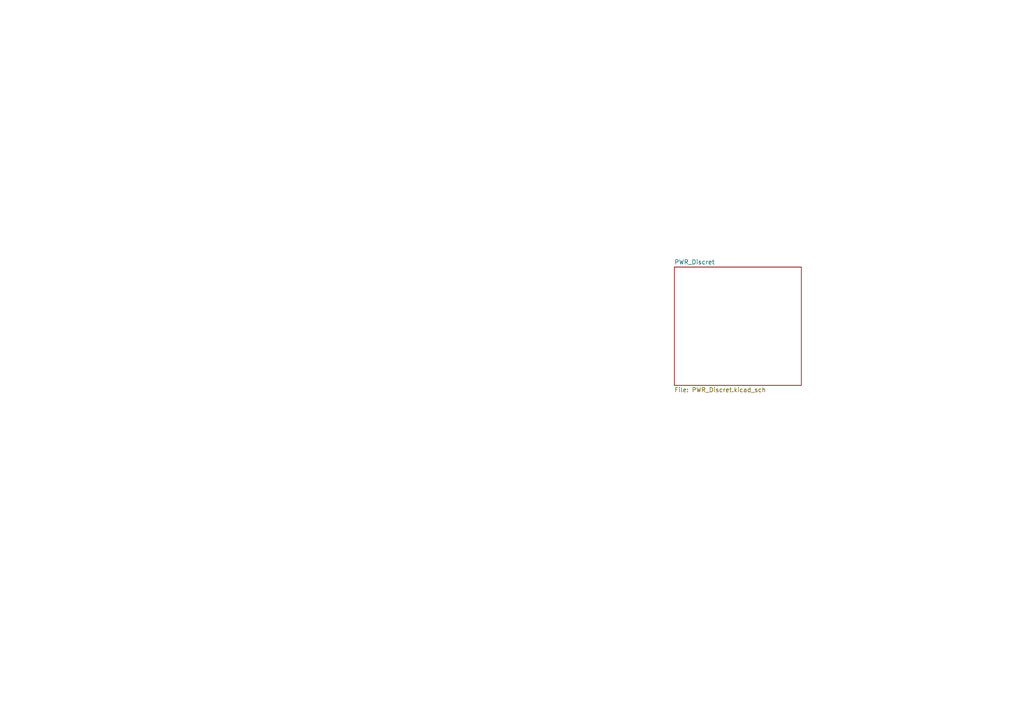
<source format=kicad_sch>
(kicad_sch
	(version 20231120)
	(generator "eeschema")
	(generator_version "8.0")
	(uuid "f3ea9d94-607a-47f6-8c99-3a9f76bf1608")
	(paper "A4")
	(lib_symbols)
	(sheet
		(at 195.58 77.47)
		(size 36.83 34.29)
		(fields_autoplaced yes)
		(stroke
			(width 0.1524)
			(type solid)
		)
		(fill
			(color 0 0 0 0.0000)
		)
		(uuid "4333f778-7b74-453b-8b72-0d2d15adaf45")
		(property "Sheetname" "PWR_Discret"
			(at 195.58 76.7584 0)
			(effects
				(font
					(size 1.27 1.27)
				)
				(justify left bottom)
			)
		)
		(property "Sheetfile" "PWR_Discret.kicad_sch"
			(at 195.58 112.3446 0)
			(effects
				(font
					(size 1.27 1.27)
				)
				(justify left top)
			)
		)
		(instances
			(project "MPU_PC_Board"
				(path "/1c918bbf-8253-49a4-bda1-5ad909bd8f23/4d2d092b-17ea-438b-9072-70292a88c388"
					(page "3")
				)
			)
		)
	)
)
</source>
